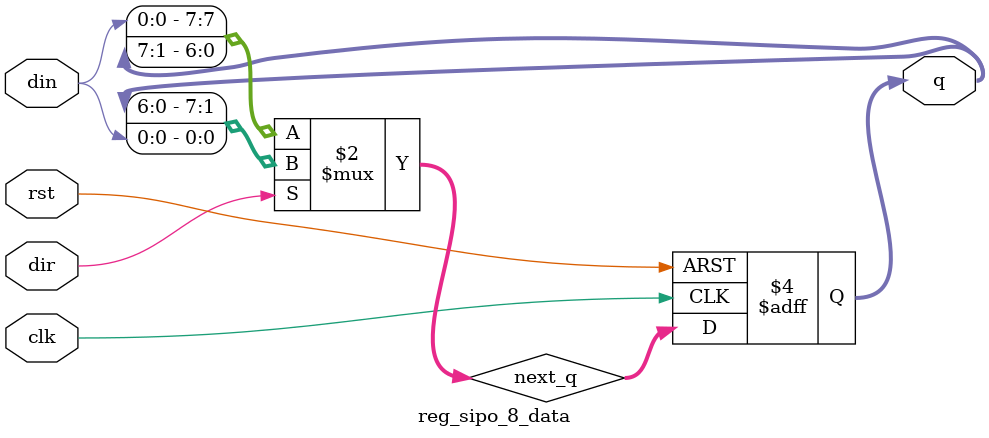
<source format=v>

module reg_sipo_8_data (
    input  wire       clk,    // Clock do sistema
    input  wire       rst,    // Reset assíncrono (ativo alto)
    input  wire       din,    // Entrada serial de dados
    input  wire       dir,    // Direção: 0=Direita, 1=Esquerda
    output reg  [7:0] q       // Saída paralela de 8 bits
);

    wire [7:0] next_q; // Fio para o próximo estado

    // Lógica combinacional para determinar o próximo valor (Dataflow)
    // Se dir=0: {din, q[7:1]} (Direita)
    // Se dir=1: {q[6:0], din} (Esquerda)
    assign next_q = (dir == 1'b0) ? {din, q[7:1]} : {q[6:0], din};

    // Lógica sequencial apenas para atualização do registrador
    always @(posedge clk or posedge rst) begin
        if (rst) begin
            q <= 8'b00000000;
        end else begin
            q <= next_q;
        end
    end

endmodule

</source>
